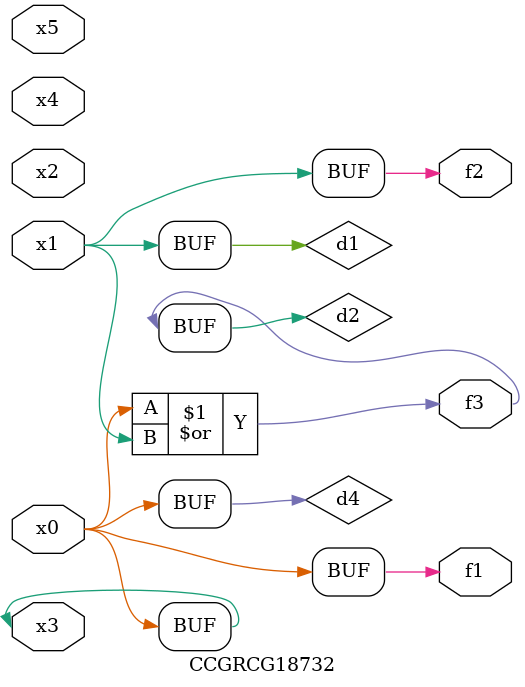
<source format=v>
module CCGRCG18732(
	input x0, x1, x2, x3, x4, x5,
	output f1, f2, f3
);

	wire d1, d2, d3, d4;

	and (d1, x1);
	or (d2, x0, x1);
	nand (d3, x0, x5);
	buf (d4, x0, x3);
	assign f1 = d4;
	assign f2 = d1;
	assign f3 = d2;
endmodule

</source>
